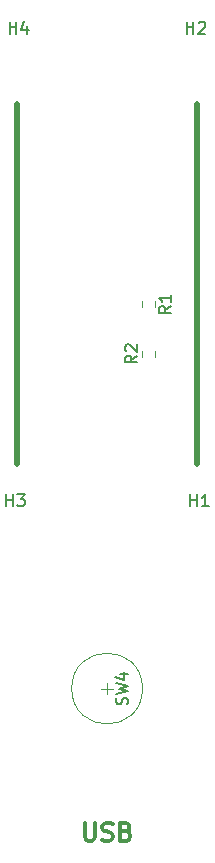
<source format=gbr>
%TF.GenerationSoftware,KiCad,Pcbnew,6.0.11-2627ca5db0~126~ubuntu22.04.1*%
%TF.CreationDate,2023-02-19T20:25:04+09:00*%
%TF.ProjectId,QuickPass,51756963-6b50-4617-9373-2e6b69636164,rev?*%
%TF.SameCoordinates,Original*%
%TF.FileFunction,Legend,Top*%
%TF.FilePolarity,Positive*%
%FSLAX46Y46*%
G04 Gerber Fmt 4.6, Leading zero omitted, Abs format (unit mm)*
G04 Created by KiCad (PCBNEW 6.0.11-2627ca5db0~126~ubuntu22.04.1) date 2023-02-19 20:25:04*
%MOMM*%
%LPD*%
G01*
G04 APERTURE LIST*
%ADD10C,0.300000*%
%ADD11C,0.150000*%
%ADD12C,0.120000*%
%ADD13C,0.500000*%
G04 APERTURE END LIST*
D10*
X108107142Y-137878571D02*
X108107142Y-139092857D01*
X108178571Y-139235714D01*
X108250000Y-139307142D01*
X108392857Y-139378571D01*
X108678571Y-139378571D01*
X108821428Y-139307142D01*
X108892857Y-139235714D01*
X108964285Y-139092857D01*
X108964285Y-137878571D01*
X109607142Y-139307142D02*
X109821428Y-139378571D01*
X110178571Y-139378571D01*
X110321428Y-139307142D01*
X110392857Y-139235714D01*
X110464285Y-139092857D01*
X110464285Y-138950000D01*
X110392857Y-138807142D01*
X110321428Y-138735714D01*
X110178571Y-138664285D01*
X109892857Y-138592857D01*
X109750000Y-138521428D01*
X109678571Y-138450000D01*
X109607142Y-138307142D01*
X109607142Y-138164285D01*
X109678571Y-138021428D01*
X109750000Y-137950000D01*
X109892857Y-137878571D01*
X110250000Y-137878571D01*
X110464285Y-137950000D01*
X111607142Y-138592857D02*
X111821428Y-138664285D01*
X111892857Y-138735714D01*
X111964285Y-138878571D01*
X111964285Y-139092857D01*
X111892857Y-139235714D01*
X111821428Y-139307142D01*
X111678571Y-139378571D01*
X111107142Y-139378571D01*
X111107142Y-137878571D01*
X111607142Y-137878571D01*
X111750000Y-137950000D01*
X111821428Y-138021428D01*
X111892857Y-138164285D01*
X111892857Y-138307142D01*
X111821428Y-138450000D01*
X111750000Y-138521428D01*
X111607142Y-138592857D01*
X111107142Y-138592857D01*
D11*
%TO.C,H1*%
X117038095Y-111052380D02*
X117038095Y-110052380D01*
X117038095Y-110528571D02*
X117609523Y-110528571D01*
X117609523Y-111052380D02*
X117609523Y-110052380D01*
X118609523Y-111052380D02*
X118038095Y-111052380D01*
X118323809Y-111052380D02*
X118323809Y-110052380D01*
X118228571Y-110195238D01*
X118133333Y-110290476D01*
X118038095Y-110338095D01*
%TO.C,H4*%
X101738095Y-71052380D02*
X101738095Y-70052380D01*
X101738095Y-70528571D02*
X102309523Y-70528571D01*
X102309523Y-71052380D02*
X102309523Y-70052380D01*
X103214285Y-70385714D02*
X103214285Y-71052380D01*
X102976190Y-70004761D02*
X102738095Y-70719047D01*
X103357142Y-70719047D01*
%TO.C,R1*%
X115382380Y-94131666D02*
X114906190Y-94465000D01*
X115382380Y-94703095D02*
X114382380Y-94703095D01*
X114382380Y-94322142D01*
X114430000Y-94226904D01*
X114477619Y-94179285D01*
X114572857Y-94131666D01*
X114715714Y-94131666D01*
X114810952Y-94179285D01*
X114858571Y-94226904D01*
X114906190Y-94322142D01*
X114906190Y-94703095D01*
X115382380Y-93179285D02*
X115382380Y-93750714D01*
X115382380Y-93465000D02*
X114382380Y-93465000D01*
X114525238Y-93560238D01*
X114620476Y-93655476D01*
X114668095Y-93750714D01*
%TO.C,SW4*%
X111704761Y-127833333D02*
X111752380Y-127690476D01*
X111752380Y-127452380D01*
X111704761Y-127357142D01*
X111657142Y-127309523D01*
X111561904Y-127261904D01*
X111466666Y-127261904D01*
X111371428Y-127309523D01*
X111323809Y-127357142D01*
X111276190Y-127452380D01*
X111228571Y-127642857D01*
X111180952Y-127738095D01*
X111133333Y-127785714D01*
X111038095Y-127833333D01*
X110942857Y-127833333D01*
X110847619Y-127785714D01*
X110800000Y-127738095D01*
X110752380Y-127642857D01*
X110752380Y-127404761D01*
X110800000Y-127261904D01*
X110752380Y-126928571D02*
X111752380Y-126690476D01*
X111038095Y-126500000D01*
X111752380Y-126309523D01*
X110752380Y-126071428D01*
X111085714Y-125261904D02*
X111752380Y-125261904D01*
X110704761Y-125500000D02*
X111419047Y-125738095D01*
X111419047Y-125119047D01*
%TO.C,H2*%
X116738095Y-71052380D02*
X116738095Y-70052380D01*
X116738095Y-70528571D02*
X117309523Y-70528571D01*
X117309523Y-71052380D02*
X117309523Y-70052380D01*
X117738095Y-70147619D02*
X117785714Y-70100000D01*
X117880952Y-70052380D01*
X118119047Y-70052380D01*
X118214285Y-70100000D01*
X118261904Y-70147619D01*
X118309523Y-70242857D01*
X118309523Y-70338095D01*
X118261904Y-70480952D01*
X117690476Y-71052380D01*
X118309523Y-71052380D01*
%TO.C,R2*%
X112522380Y-98321666D02*
X112046190Y-98655000D01*
X112522380Y-98893095D02*
X111522380Y-98893095D01*
X111522380Y-98512142D01*
X111570000Y-98416904D01*
X111617619Y-98369285D01*
X111712857Y-98321666D01*
X111855714Y-98321666D01*
X111950952Y-98369285D01*
X111998571Y-98416904D01*
X112046190Y-98512142D01*
X112046190Y-98893095D01*
X111617619Y-97940714D02*
X111570000Y-97893095D01*
X111522380Y-97797857D01*
X111522380Y-97559761D01*
X111570000Y-97464523D01*
X111617619Y-97416904D01*
X111712857Y-97369285D01*
X111808095Y-97369285D01*
X111950952Y-97416904D01*
X112522380Y-97988333D01*
X112522380Y-97369285D01*
%TO.C,H3*%
X101438095Y-111052380D02*
X101438095Y-110052380D01*
X101438095Y-110528571D02*
X102009523Y-110528571D01*
X102009523Y-111052380D02*
X102009523Y-110052380D01*
X102390476Y-110052380D02*
X103009523Y-110052380D01*
X102676190Y-110433333D01*
X102819047Y-110433333D01*
X102914285Y-110480952D01*
X102961904Y-110528571D01*
X103009523Y-110623809D01*
X103009523Y-110861904D01*
X102961904Y-110957142D01*
X102914285Y-111004761D01*
X102819047Y-111052380D01*
X102533333Y-111052380D01*
X102438095Y-111004761D01*
X102390476Y-110957142D01*
D12*
%TO.C,R1*%
X114022500Y-93727742D02*
X114022500Y-94202258D01*
X112977500Y-93727742D02*
X112977500Y-94202258D01*
%TO.C,SW4*%
X110000000Y-127000000D02*
X110000000Y-126000000D01*
X110500000Y-126500000D02*
X109500000Y-126500000D01*
X113000000Y-126500000D02*
G75*
G03*
X113000000Y-126500000I-3000000J0D01*
G01*
%TO.C,R2*%
X112977500Y-98392258D02*
X112977500Y-97917742D01*
X114022500Y-98392258D02*
X114022500Y-97917742D01*
D13*
%TO.C,U1*%
X102380000Y-77010000D02*
X102380000Y-107490000D01*
X117620000Y-107490000D02*
X117620000Y-77010000D01*
%TD*%
M02*

</source>
